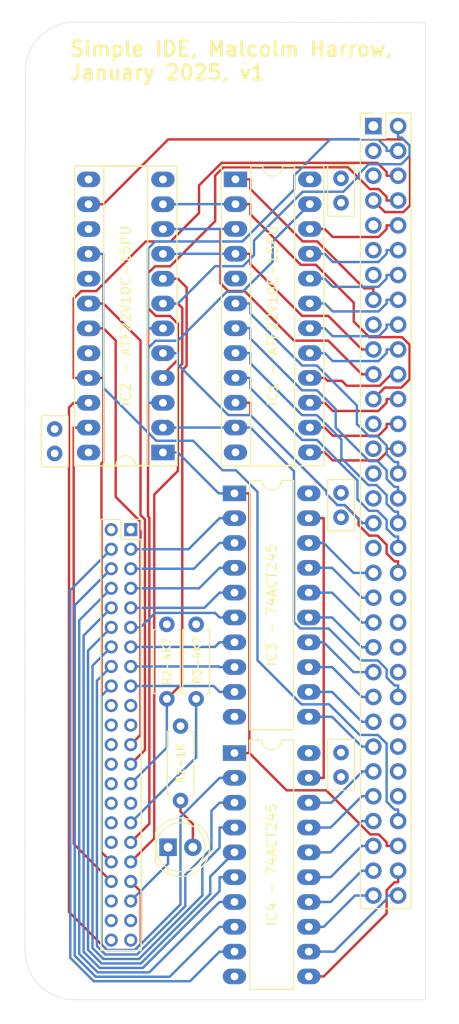
<source format=kicad_pcb>
(kicad_pcb (version 20240108) (generator "pcbnew") (generator_version "8.0")
  (layers (0 "F.Cu" signal) (1 "In1.Cu" power "In1.Cu (GND)") (2 "In2.Cu" power "In2.Cu (PWR)") (31 "B.Cu" signal) (34 "B.Paste" user) (35 "F.Paste" user) (36 "B.SilkS" user "B.Silkscreen") (37 "F.SilkS" user "F.Silkscreen") (38 "B.Mask" user) (39 "F.Mask" user) (44 "Edge.Cuts" user))
  (net 0 "")
  (net 1 "RESET")
  (net 2 "IPL1")
  (net 3 "IOSEL")
  (net 4 "A11")
  (net 5 "A2")
  (net 6 "A4")
  (net 7 "D12")
  (net 8 "A10")
  (net 9 "A16")
  (net 10 "D13")
  (net 11 "EXPSEL")
  (net 12 "A6")
  (net 13 "A19")
  (net 14 "A21")
  (net 15 "D15")
  (net 16 "A22")
  (net 17 "A15")
  (net 18 "D3")
  (net 19 "D2")
  (net 20 "A13")
  (net 21 "A12")
  (net 22 "A7")
  (net 23 "DTACK")
  (net 24 "A23")
  (net 25 "MFPIEO")
  (net 26 "D11")
  (net 27 "A14")
  (net 28 "VMA")
  (net 29 "RW")
  (net 30 "D8")
  (net 31 "D1")
  (net 32 "GND")
  (net 33 "D4")
  (net 34 "IPL0")
  (net 35 "D0")
  (net 36 "D9")
  (net 37 "AS")
  (net 38 "D14")
  (net 39 "+5V")
  (net 40 "A5")
  (net 41 "D7")
  (net 42 "BR")
  (net 43 "A3")
  (net 44 "LDS")
  (net 45 "A1")
  (net 46 "E")
  (net 47 "D6")
  (net 48 "D10")
  (net 49 "A17")
  (net 50 "CPUCLK")
  (net 51 "BERR")
  (net 52 "IPL2")
  (net 53 "BG")
  (net 54 "BGACK")
  (net 55 "D5")
  (net 56 "A20")
  (net 57 "VPA")
  (net 58 "UDS")
  (net 59 "A9")
  (net 60 "A18")
  (net 61 "A8")
  (net 62 "BD4")
  (net 63 "INTRQ")
  (net 64 "BD13")
  (net 65 "BD3")
  (net 66 "BD7")
  (net 67 "BD0")
  (net 68 "BD1")
  (net 69 "BD6")
  (net 70 "~{DASP}")
  (net 71 "BD14")
  (net 72 "BD15")
  (net 73 "BD8")
  (net 74 "BD9")
  (net 75 "BD12")
  (net 76 "BD11")
  (net 77 "BD10")
  (net 78 "BD2")
  (net 79 "BD5")
  (net 80 "~{IDERD}")
  (net 81 "IDEBUF")
  (net 82 "FC1")
  (net 83 "FC0")
  (net 84 "~{IDEWR}")
  (net 85 "~{RESET}")
  (net 86 "FC2")
  (net 88 "IDERDY")
  (net 96 "~{IDECS}")
  (net 97 "~{IDEBUF}")
  (net 98 "IDESEL")
  (net 99 "~{IDECS1}")
  (net 100 "Net-(D2-A)")
  (net 101 "~{IDECS0}")
  (footprint "Package_DIP:DIP-24_W7.62mm_Socket_LongPads" (layer "F.Cu") (at 157.1 79 180)
    (property "Reference" "IC2" (hide yes))
    (property "Value" "ATF22V10C-15PU" (hide yes))
  )
  (footprint "Capacitor_THT:C_Disc_D5.0mm_W2.5mm_P2.50mm" (layer "F.Cu") (at 175.35 50.95 -90)
    (property "Reference" "C4" (hide yes))
    (property "Value" "100nF" (hide yes))
  )
  (footprint "Resistor_THT:R_Axial_DIN0207_L6.3mm_D2.5mm_P7.62mm_Horizontal" (layer "F.Cu") (at 157.5 104.21 90)
    (property "Reference" "R2" (hide yes))
    (property "Value" "4K7" (hide yes))
  )
  (footprint "LED_THT:LED_D5.0mm" (layer "F.Cu") (at 157.625 119.4)
    (property "Reference" "D2" (hide yes))
    (property "Value" "LED" (hide yes))
  )
  (footprint "Capacitor_THT:C_Disc_D5.0mm_W2.5mm_P2.50mm" (layer "F.Cu") (at 146 79.1 90)
    (property "Reference" "C3" (hide yes))
    (property "Value" "100nF" (hide yes))
  )
  (footprint "Resistor_THT:R_Axial_DIN0207_L6.3mm_D2.5mm_P7.62mm_Horizontal" (layer "F.Cu") (at 160.5 104.21 90)
    (property "Reference" "R3" (hide yes))
    (property "Value" "4K7" (hide yes))
  )
  (footprint "Capacitor_THT:C_Disc_D5.0mm_W2.5mm_P2.50mm" (layer "F.Cu") (at 175.35 83.135 -90)
    (property "Reference" "C2" (hide yes))
    (property "Value" "100nF" (hide yes))
  )
  (footprint "Package_DIP:DIP-20_W7.62mm_LongPads" (layer "F.Cu") (at 164.43 109.76)
    (property "Reference" "IC4" (hide yes))
    (property "Value" "74ACT245" (hide yes))
  )
  (footprint "Package_DIP:DIP-24_W7.62mm_Socket_LongPads" (layer "F.Cu") (at 164.53 51.05)
    (property "Reference" "IC1" (hide yes))
    (property "Value" "ATF22V10C-15PU" (hide yes))
  )
  (footprint "Connector_PinSocket_2.00mm:PinSocket_2x22_P2.00mm_Vertical" (layer "F.Cu") (at 153.8 86.9)
    (property "Reference" "J2" (hide yes))
    (property "Value" "Conn_02x22_Odd_Even" (hide yes))
  )
  (footprint "Package_DIP:DIP-20_W7.62mm_LongPads" (layer "F.Cu") (at 164.43 83.185)
    (property "Reference" "IC3" (hide yes))
    (property "Value" "74ACT245" (hide yes))
  )
  (footprint "Connector_PinHeader_2.54mm:PinHeader_2x32_P2.54mm_Vertical" (layer "F.Cu") (at 178.662 45.6003)
    (property "Reference" "BUS1" (hide yes))
    (property "Value" "Conn_02x32_Odd_Even" (hide yes))
  )
  (footprint "Capacitor_THT:C_Disc_D5.0mm_W2.5mm_P2.50mm" (layer "F.Cu") (at 175.35 109.71 -90)
    (property "Reference" "C1" (hide yes))
    (property "Value" "100nF" (hide yes))
  )
  (footprint "Resistor_THT:R_Axial_DIN0207_L6.3mm_D2.5mm_P7.62mm_Horizontal" (layer "F.Cu") (at 158.9 107 -90)
    (property "Reference" "R1" (hide yes))
    (property "Value" "1K" (hide yes))
  )
  (gr_arc (start 142.977614 40.002213) (mid 144.454859 36.470191) (end 147.976888 34.969331) (stroke (width 0.05)) (layer "Edge.Cuts"))
  (gr_line (start 184 135) (end 148 135) (stroke (width 0.05)) (layer "Edge.Cuts"))
  (gr_line (start 184 35) (end 184 135) (stroke (width 0.05)) (layer "Edge.Cuts"))
  (gr_arc (start 148 135) (mid 144.447976 133.538426) (end 142.953274 130.00021) (stroke (width 0.05)) (layer "Edge.Cuts"))
  (gr_line (start 142.974463 39.999895) (end 142.951971 130.000105) (stroke (width 0.05)) (layer "Edge.Cuts"))
  (gr_line (start 183.992343 35) (end 147.976888 34.969331) (stroke (width 0.05)) (layer "Edge.Cuts"))
  (gr_text "Simple IDE, Malcolm Harrow,\nJanuary 2025, v1" (at 147.4 41 0) (layer "F.SilkS") (effects (font (size 1.5 1.5) (thickness 0.3) (bold yes)) (justify left bottom)))
  (segment (start 164.53 51.05) (end 166.0567 51.05) (width 0.25) (layer "F.Cu") (net 3))
  (segment (start 177.7121 62.2036) (end 178.662 62.2036) (width 0.25) (layer "F.Cu") (net 3))
  (segment (start 178.662 63.3803) (end 178.662 62.2036) (width 0.25) (layer "F.Cu") (net 3))
  (segment (start 172.91 57.4015) (end 177.7121 62.2036) (width 0.25) (layer "F.Cu") (net 3))
  (segment (start 166.0567 52.0359) (end 171.4223 57.4015) (width 0.25) (layer "F.Cu") (net 3))
  (segment (start 166.0567 51.05) (end 166.0567 52.0359) (width 0.25) (layer "F.Cu") (net 3))
  (segment (start 171.4223 57.4015) (end 172.91 57.4015) (width 0.25) (layer "F.Cu") (net 3))
  (segment (start 172.15 71.37) (end 173.6767 71.37) (width 0.25) (layer "F.Cu") (net 4))
  (segment (start 180.4997 71.0003) (end 181.202 71.0003) (width 0.25) (layer "F.Cu") (net 4))
  (segment (start 175.4352 71.668) (end 173.9747 71.668) (width 0.25) (layer "F.Cu") (net 4))
  (segment (start 175.4352 71.668) (end 175.9425 72.1753) (width 0.25) (layer "F.Cu") (net 4))
  (segment (start 173.9747 71.668) (end 173.6767 71.37) (width 0.25) (layer "F.Cu") (net 4))
  (segment (start 179.3247 72.1753) (end 180.4997 71.0003) (width 0.25) (layer "F.Cu") (net 4))
  (segment (start 175.9425 72.1753) (end 179.3247 72.1753) (width 0.25) (layer "F.Cu") (net 4))
  (segment (start 155.5733 85.5398) (end 155.5733 66.3) (width 0.25) (layer "F.Cu") (net 5))
  (segment (start 155.7051 85.6716) (end 155.5733 85.5398) (width 0.25) (layer "F.Cu") (net 5))
  (segment (start 153.8 118.9) (end 155.7051 116.9949) (width 0.25) (layer "F.Cu") (net 5))
  (segment (start 155.7051 116.9949) (end 155.7051 85.6716) (width 0.25) (layer "F.Cu") (net 5))
  (segment (start 157.1 66.3) (end 155.5733 66.3) (width 0.25) (layer "F.Cu") (net 5))
  (segment (start 181.202 48.1403) (end 180.0253 48.1403) (width 0.25) (layer "B.Cu") (net 5))
  (segment (start 155.5733 58.1418) (end 155.5733 66.3) (width 0.25) (layer "B.Cu") (net 5))
  (segment (start 180.0253 47.8268) (end 179.1442 46.9457) (width 0.25) (layer "B.Cu") (net 5))
  (segment (start 165.2435 57.41) (end 156.3051 57.41) (width 0.25) (layer "B.Cu") (net 5))
  (segment (start 174.2524 46.9457) (end 170.5602 50.6379) (width 0.25) (layer "B.Cu") (net 5))
  (segment (start 170.5602 50.6379) (end 170.5602 52.0933) (width 0.25) (layer "B.Cu") (net 5))
  (segment (start 170.5602 52.0933) (end 165.2435 57.41) (width 0.25) (layer "B.Cu") (net 5))
  (segment (start 180.0253 48.1403) (end 180.0253 47.8268) (width 0.25) (layer "B.Cu") (net 5))
  (segment (start 179.1442 46.9457) (end 174.2524 46.9457) (width 0.25) (layer "B.Cu") (net 5))
  (segment (start 156.3051 57.41) (end 155.5733 58.1418) (width 0.25) (layer "B.Cu") (net 5))
  (segment (start 157.1 66.3) (end 155.5733 66.3) (width 0.25) (layer "B.Cu") (net 5))
  (segment (start 163.3001 49.8175) (end 176.0638 49.8175) (width 0.25) (layer "F.Cu") (net 6))
  (segment (start 157.1 71.0417) (end 158.6267 69.515) (width 0.25) (layer "F.Cu") (net 6))
  (segment (start 158.6267 69.515) (end 158.6267 65.8317) (width 0.25) (layer "F.Cu") (net 6))
  (segment (start 156.281 59.95) (end 157.8346 59.95) (width 0.25) (layer "F.Cu") (net 6))
  (segment (start 176.0638 49.8175) (end 178.2899 52.0436) (width 0.25) (layer "F.Cu") (net 6))
  (segment (start 162.4543 55.3303) (end 162.4543 50.6633) (width 0.25) (layer "F.Cu") (net 6))
  (segment (start 180.0253 52.8525) (end 180.0253 53.2203) (width 0.25) (layer "F.Cu") (net 6))
  (segment (start 162.4543 50.6633) (end 163.3001 49.8175) (width 0.25) (layer "F.Cu") (net 6))
  (segment (start 157.825 65.03) (end 156.3713 65.03) (width 0.25) (layer "F.Cu") (net 6))
  (segment (start 178.2899 52.0436) (end 179.2164 52.0436) (width 0.25) (layer "F.Cu") (net 6))
  (segment (start 155.5733 60.6577) (end 156.281 59.95) (width 0.25) (layer "F.Cu") (net 6))
  (segment (start 179.2164 52.0436) (end 180.0253 52.8525) (width 0.25) (layer "F.Cu") (net 6))
  (segment (start 156.3713 65.03) (end 155.5733 64.232) (width 0.25) (layer "F.Cu") (net 6))
  (segment (start 157.8346 59.95) (end 162.4543 55.3303) (width 0.25) (layer "F.Cu") (net 6))
  (segment (start 155.5733 64.232) (end 155.5733 60.6577) (width 0.25) (layer "F.Cu") (net 6))
  (segment (start 181.202 53.2203) (end 180.0253 53.2203) (width 0.25) (layer "F.Cu") (net 6))
  (segment (start 157.1 71.38) (end 157.1 71.0417) (width 0.25) (layer "F.Cu") (net 6))
  (segment (start 158.6267 65.8317) (end 157.825 65.03) (width 0.25) (layer "F.Cu") (net 6))
  (segment (start 178.662 98.9403) (end 177.4853 98.9403) (width 0.25) (layer "B.Cu") (net 7))
  (segment (start 174.43 95.885) (end 172.05 95.885) (width 0.25) (layer "B.Cu") (net 7))
  (segment (start 177.4853 98.9403) (end 174.43 95.885) (width 0.25) (layer "B.Cu") (net 7))
  (segment (start 172.15 68.83) (end 173.6767 68.83) (width 0.25) (layer "B.Cu") (net 8))
  (segment (start 181.202 68.4603) (end 180.0253 68.4603) (width 0.25) (layer "B.Cu") (net 8))
  (segment (start 174.4964 69.6497) (end 173.6767 68.83) (width 0.25) (layer "B.Cu") (net 8))
  (segment (start 179.2036 69.6497) (end 174.4964 69.6497) (width 0.25) (layer "B.Cu") (net 8))
  (segment (start 180.0253 68.4603) (end 180.0253 68.828) (width 0.25) (layer "B.Cu") (net 8))
  (segment (start 180.0253 68.828) (end 179.2036 69.6497) (width 0.25) (layer "B.Cu") (net 8))
  (segment (start 174.8024 76.4599) (end 178.2328 79.8903) (width 0.25) (layer "B.Cu") (net 9))
  (segment (start 181.202 83.7003) (end 181.202 82.5236) (width 0.25) (layer "B.Cu") (net 9))
  (segment (start 166.0567 66.29) (end 166.0567 67.3396) (width 0.25) (layer "B.Cu") (net 9))
  (segment (start 166.0567 67.3396) (end 171.3586 72.6415) (width 0.25) (layer "B.Cu") (net 9))
  (segment (start 174.8024 74.5617) (end 174.8024 76.4599) (width 0.25) (layer "B.Cu") (net 9))
  (segment (start 180.8342 82.5236) (end 181.202 82.5236) (width 0.25) (layer "B.Cu") (net 9))
  (segment (start 164.53 66.29) (end 166.0567 66.29) (width 0.25) (layer "B.Cu") (net 9))
  (segment (start 180.0253 80.8228) (end 180.0253 81.7147) (width 0.25) (layer "B.Cu") (net 9))
  (segment (start 172.8822 72.6415) (end 174.8024 74.5617) (width 0.25) (layer "B.Cu") (net 9))
  (segment (start 179.0928 79.8903) (end 180.0253 80.8228) (width 0.25) (layer "B.Cu") (net 9))
  (segment (start 180.0253 81.7147) (end 180.8342 82.5236) (width 0.25) (layer "B.Cu") (net 9))
  (segment (start 178.2328 79.8903) (end 179.0928 79.8903) (width 0.25) (layer "B.Cu") (net 9))
  (segment (start 171.3586 72.6415) (end 172.8822 72.6415) (width 0.25) (layer "B.Cu") (net 9))
  (segment (start 174.43 93.345) (end 172.05 93.345) (width 0.25) (layer "B.Cu") (net 10))
  (segment (start 177.4853 96.4003) (end 174.43 93.345) (width 0.25) (layer "B.Cu") (net 10))
  (segment (start 178.662 96.4003) (end 177.4853 96.4003) (width 0.25) (layer "B.Cu") (net 10))
  (segment (start 181.202 58.3003) (end 180.0253 58.3003) (width 0.25) (layer "B.Cu") (net 12))
  (segment (start 174.5206 59.5139) (end 173.6767 58.67) (width 0.25) (layer "B.Cu") (net 12))
  (segment (start 180.0253 58.668) (end 179.1794 59.5139) (width 0.25) (layer "B.Cu") (net 12))
  (segment (start 180.0253 58.3003) (end 180.0253 58.668) (width 0.25) (layer "B.Cu") (net 12))
  (segment (start 172.15 58.67) (end 173.6767 58.67) (width 0.25) (layer "B.Cu") (net 12))
  (segment (start 179.1794 59.5139) (end 174.5206 59.5139) (width 0.25) (layer "B.Cu") (net 12))
  (segment (start 177.1485 86.424) (end 177.1485 85.7867) (width 0.25) (layer "F.Cu") (net 13))
  (segment (start 179.0928 87.5103) (end 178.2348 87.5103) (width 0.25) (layer "F.Cu") (net 13))
  (segment (start 175.7468 84.385) (end 174.9872 84.385) (width 0.25) (layer "F.Cu") (net 13))
  (segment (start 174.9872 84.385) (end 173.8751 83.2729) (width 0.25) (layer "F.Cu") (net 13))
  (segment (start 181.202 90.1436) (end 180.8342 90.1436) (width 0.25) (layer "F.Cu") (net 13))
  (segment (start 178.2348 87.5103) (end 177.1485 86.424) (width 0.25) (layer "F.Cu") (net 13))
  (segment (start 173.8751 83.2729) (end 173.8751 82.9898) (width 0.25) (layer "F.Cu") (net 13))
  (segment (start 180.0253 88.4428) (end 179.0928 87.5103) (width 0.25) (layer "F.Cu") (net 13))
  (segment (start 180.0253 89.3347) (end 180.0253 88.4428) (width 0.25) (layer "F.Cu") (net 13))
  (segment (start 177.1485 85.7867) (end 175.7468 84.385) (width 0.25) (layer "F.Cu") (net 13))
  (segment (start 166.0567 75.1714) (end 166.0567 73.91) (width 0.25) (layer "F.Cu") (net 13))
  (segment (start 164.53 73.91) (end 166.0567 73.91) (width 0.25) (layer "F.Cu") (net 13))
  (segment (start 181.202 91.3203) (end 181.202 90.1436) (width 0.25) (layer "F.Cu") (net 13))
  (segment (start 173.8751 82.9898) (end 166.0567 75.1714) (width 0.25) (layer "F.Cu") (net 13))
  (segment (start 180.8342 90.1436) (end 180.0253 89.3347) (width 0.25) (layer "F.Cu") (net 13))
  (segment (start 172.05 88.265) (end 173.5767 88.265) (width 0.25) (layer "B.Cu") (net 15))
  (segment (start 178.662 91.3203) (end 176.632 91.3203) (width 0.25) (layer "B.Cu") (net 15))
  (segment (start 176.632 91.3203) (end 173.5767 88.265) (width 0.25) (layer "B.Cu") (net 15))
  (segment (start 180.0253 78.2828) (end 180.0253 79.1747) (width 0.25) (layer "B.Cu") (net 17))
  (segment (start 164.53 63.75) (end 166.0567 63.75) (width 0.25) (layer "B.Cu") (net 17))
  (segment (start 180.0253 79.1747) (end 180.8342 79.9836) (width 0.25) (layer "B.Cu") (net 17))
  (segment (start 181.202 81.1603) (end 181.202 79.9836) (width 0.25) (layer "B.Cu") (net 17))
  (segment (start 176.9789 76.1015) (end 178.2277 77.3503) (width 0.25) (layer "B.Cu") (net 17))
  (segment (start 180.8342 79.9836) (end 181.202 79.9836) (width 0.25) (layer "B.Cu") (net 17))
  (segment (start 176.9789 74.2024) (end 176.9789 76.1015) (width 0.25) (layer "B.Cu") (net 17))
  (segment (start 178.2277 77.3503) (end 179.0928 77.3503) (width 0.25) (layer "B.Cu") (net 17))
  (segment (start 166.0567 64.7996) (end 171.3586 70.1015) (width 0.25) (layer "B.Cu") (net 17))
  (segment (start 166.0567 63.75) (end 166.0567 64.7996) (width 0.25) (layer "B.Cu") (net 17))
  (segment (start 179.0928 77.3503) (end 180.0253 78.2828) (width 0.25) (layer "B.Cu") (net 17))
  (segment (start 171.3586 70.1015) (end 172.878 70.1015) (width 0.25) (layer "B.Cu") (net 17))
  (segment (start 172.878 70.1015) (end 176.9789 74.2024) (width 0.25) (layer "B.Cu") (net 17))
  (segment (start 174.2856 125) (end 172.05 125) (width 0.25) (layer "B.Cu") (net 18))
  (segment (start 177.4853 121.8003) (end 174.2856 125) (width 0.25) (layer "B.Cu") (net 18))
  (segment (start 178.662 121.8003) (end 177.4853 121.8003) (width 0.25) (layer "B.Cu") (net 18))
  (segment (start 178.662 124.3403) (end 176.7764 124.3403) (width 0.25) (layer "B.Cu") (net 19))
  (segment (start 172.05 127.54) (end 173.5767 127.54) (width 0.25) (layer "B.Cu") (net 19))
  (segment (start 176.7764 124.3403) (end 173.5767 127.54) (width 0.25) (layer "B.Cu") (net 19))
  (segment (start 180.0253 76.0803) (end 180.0253 76.448) (width 0.25) (layer "F.Cu") (net 20))
  (segment (start 172.15 76.45) (end 173.6767 76.45) (width 0.25) (layer "F.Cu") (net 20))
  (segment (start 180.0253 76.448) (end 179.1794 77.2939) (width 0.25) (layer "F.Cu") (net 20))
  (segment (start 174.5206 77.2939) (end 173.6767 76.45) (width 0.25) (layer "F.Cu") (net 20))
  (segment (start 181.202 76.0803) (end 180.0253 76.0803) (width 0.25) (layer "F.Cu") (net 20))
  (segment (start 179.1794 77.2939) (end 174.5206 77.2939) (width 0.25) (layer "F.Cu") (net 20))
  (segment (start 180.0253 73.5403) (end 180.0253 73.908) (width 0.25) (layer "F.Cu") (net 21))
  (segment (start 180.0253 73.908) (end 179.1794 74.7539) (width 0.25) (layer "F.Cu") (net 21))
  (segment (start 172.15 73.91) (end 173.6767 73.91) (width 0.25) (layer "F.Cu") (net 21))
  (segment (start 179.1794 74.7539) (end 174.5206 74.7539) (width 0.25) (layer "F.Cu") (net 21))
  (segment (start 174.5206 74.7539) (end 173.6767 73.91) (width 0.25) (layer "F.Cu") (net 21))
  (segment (start 181.202 73.5403) (end 180.0253 73.5403) (width 0.25) (layer "F.Cu") (net 21))
  (segment (start 180.0253 61.208) (end 179.1794 62.0539) (width 0.25) (layer "B.Cu") (net 22))
  (segment (start 180.0253 60.8403) (end 180.0253 61.208) (width 0.25) (layer "B.Cu") (net 22))
  (segment (start 179.1794 62.0539) (end 174.5206 62.0539) (width 0.25) (layer "B.Cu") (net 22))
  (segment (start 181.202 60.8403) (end 180.0253 60.8403) (width 0.25) (layer "B.Cu") (net 22))
  (segment (start 174.5206 62.0539) (end 173.6767 61.21) (width 0.25) (layer "B.Cu") (net 22))
  (segment (start 172.15 61.21) (end 173.6767 61.21) (width 0.25) (layer "B.Cu") (net 22))
  (segment (start 180.0253 114.7347) (end 180.0253 108.7988) (width 0.25) (layer "B.Cu") (net 23))
  (segment (start 149.48 58.68) (end 151.0067 58.68) (width 0.25) (layer "B.Cu") (net 23))
  (segment (start 151.0067 72.3946) (end 151.0067 58.68) (width 0.25) (layer "B.Cu") (net 23))
  (segment (start 181.202 115.5436) (end 180.8342 115.5436) (width 0.25) (layer "B.Cu") (net 23))
  (segment (start 166.7874 100.2647) (end 166.7874 83.0257) (width 0.25) (layer "B.Cu") (net 23))
  (segment (start 166.7874 83.0257) (end 164.5856 80.8239) (width 0.25) (layer "B.Cu") (net 23))
  (segment (start 180.8342 115.5436) (end 180.0253 114.7347) (width 0.25) (layer "B.Cu") (net 23))
  (segment (start 177.2735 107.906) (end 174.1425 104.775) (width 0.25) (layer "B.Cu") (net 23))
  (segment (start 180.0253 108.7988) (end 179.1325 107.906) (width 0.25) (layer "B.Cu") (net 23))
  (segment (start 156.4146 77.8025) (end 151.0067 72.3946) (width 0.25) (layer "B.Cu") (net 23))
  (segment (start 181.202 116.7203) (end 181.202 115.5436) (width 0.25) (layer "B.Cu") (net 23))
  (segment (start 179.1325 107.906) (end 177.2735 107.906) (width 0.25) (layer "B.Cu") (net 23))
  (segment (start 160.1852 77.8025) (end 156.4146 77.8025) (width 0.25) (layer "B.Cu") (net 23))
  (segment (start 163.2066 80.8239) (end 160.1852 77.8025) (width 0.25) (layer "B.Cu") (net 23))
  (segment (start 164.5856 80.8239) (end 163.2066 80.8239) (width 0.25) (layer "B.Cu") (net 23))
  (segment (start 171.2977 104.775) (end 166.7874 100.2647) (width 0.25) (layer "B.Cu") (net 23))
  (segment (start 174.1425 104.775) (end 171.2977 104.775) (width 0.25) (layer "B.Cu") (net 23))
  (segment (start 178.662 101.4803) (end 176.632 101.4803) (width 0.25) (layer "B.Cu") (net 26))
  (segment (start 172.05 98.425) (end 173.5767 98.425) (width 0.25) (layer "B.Cu") (net 26))
  (segment (start 176.632 101.4803) (end 173.5767 98.425) (width 0.25) (layer "B.Cu") (net 26))
  (segment (start 180.0253 78.988) (end 179.1986 79.8147) (width 0.25) (layer "F.Cu") (net 27))
  (segment (start 172.15 78.99) (end 173.6767 78.99) (width 0.25) (layer "F.Cu") (net 27))
  (segment (start 174.5014 79.8147) (end 173.6767 78.99) (width 0.25) (layer "F.Cu") (net 27))
  (segment (start 181.202 78.6203) (end 180.0253 78.6203) (width 0.25) (layer "F.Cu") (net 27))
  (segment (start 180.0253 78.6203) (end 180.0253 78.988) (width 0.25) (layer "F.Cu") (net 27))
  (segment (start 179.1986 79.8147) (end 174.5014 79.8147) (width 0.25) (layer "F.Cu") (net 27))
  (segment (start 178.3414 118.0836) (end 173.8278 113.57) (width 0.25) (layer "F.Cu") (net 29))
  (segment (start 181.202 119.2603) (end 180.0253 119.2603) (width 0.25) (layer "F.Cu") (net 29))
  (segment (start 164.43 109.76) (end 165.9567 109.76) (width 0.25) (layer "F.Cu") (net 29))
  (segment (start 164.43 83.185) (end 165.9567 83.185) (width 0.25) (layer "F.Cu") (net 29))
  (segment (start 165.9567 83.185) (end 165.9567 109.76) (width 0.25) (layer "F.Cu") (net 29))
  (segment (start 180.0253 119.2603) (end 180.0253 118.8925) (width 0.25) (layer "F.Cu") (net 29))
  (segment (start 173.8278 113.57) (end 169.7667 113.57) (width 0.25) (layer "F.Cu") (net 29))
  (segment (start 179.2164 118.0836) (end 178.3414 118.0836) (width 0.25) (layer "F.Cu") (net 29))
  (segment (start 180.0253 118.8925) (end 179.2164 118.0836) (width 0.25) (layer "F.Cu") (net 29))
  (segment (start 169.7667 113.57) (end 165.9567 109.76) (width 0.25) (layer "F.Cu") (net 29))
  (segment (start 157.1 79) (end 158.6267 79) (width 0.25) (layer "B.Cu") (net 29))
  (segment (start 164.43 83.185) (end 162.8117 83.185) (width 0.25) (layer "B.Cu") (net 29))
  (segment (start 162.8117 83.185) (end 158.6267 79) (width 0.25) (layer "B.Cu") (net 29))
  (segment (start 174.43 106.045) (end 172.05 106.045) (width 0.25) (layer "B.Cu") (net 30))
  (segment (start 178.662 109.1003) (end 177.4853 109.1003) (width 0.25) (layer "B.Cu") (net 30))
  (segment (start 177.4853 109.1003) (end 174.43 106.045) (width 0.25) (layer "B.Cu") (net 30))
  (segment (start 174.6533 130.08) (end 172.05 130.08) (width 0.25) (layer "B.Cu") (net 31))
  (segment (start 181.202 124.3403) (end 180.0253 124.3403) (width 0.25) (layer "B.Cu") (net 31))
  (segment (start 180.0253 124.708) (end 174.6533 130.08) (width 0.25) (layer "B.Cu") (net 31))
  (segment (start 180.0253 124.3403) (end 180.0253 124.708) (width 0.25) (layer "B.Cu") (net 31))
  (segment (start 178.662 119.2603) (end 177.4853 119.2603) (width 0.25) (layer "B.Cu") (net 33))
  (segment (start 174.2856 122.46) (end 172.05 122.46) (width 0.25) (layer "B.Cu") (net 33))
  (segment (start 177.4853 119.2603) (end 174.2856 122.46) (width 0.25) (layer "B.Cu") (net 33))
  (segment (start 181.202 121.8003) (end 181.202 122.977) (width 0.25) (layer "F.Cu") (net 35))
  (segment (start 180.0253 126.1714) (end 173.5767 132.62) (width 0.25) (layer "F.Cu") (net 35))
  (segment (start 180.0253 123.7859) (end 180.0253 126.1714) (width 0.25) (layer "F.Cu") (net 35))
  (segment (start 181.202 122.977) (end 180.8342 122.977) (width 0.25) (layer "F.Cu") (net 35))
  (segment (start 180.8342 122.977) (end 180.0253 123.7859) (width 0.25) (layer "F.Cu") (net 35))
  (segment (start 172.05 132.62) (end 173.5767 132.62) (width 0.25) (layer "F.Cu") (net 35))
  (segment (start 178.662 106.5603) (end 177.4853 106.5603) (width 0.25) (layer "B.Cu") (net 36))
  (segment (start 174.43 103.505) (end 172.05 103.505) (width 0.25) (layer "B.Cu") (net 36))
  (segment (start 177.4853 106.5603) (end 174.43 103.505) (width 0.25) (layer "B.Cu") (net 36))
  (segment (start 166.0567 76.45) (end 170.5233 80.9166) (width 0.25) (layer "B.Cu") (net 37))
  (segment (start 170.5233 96.3518) (end 171.1832 97.0117) (width 0.25) (layer "B.Cu") (net 37))
  (segment (start 164.53 76.45) (end 158.6367 76.45) (width 0.25) (layer "B.Cu") (net 37))
  (segment (start 180.0253 102.0347) (end 180.8342 102.8436) (width 0.25) (layer "B.Cu") (net 37))
  (segment (start 170.5233 80.9166) (end 170.5233 96.3518) (width 0.25) (layer "B.Cu") (net 37))
  (segment (start 180.0253 101.1788) (end 180.0253 102.0347) (width 0.25) (layer "B.Cu") (net 37))
  (segment (start 157.1 76.46) (end 158.6267 76.46) (width 0.25) (layer "B.Cu") (net 37))
  (segment (start 181.202 104.0203) (end 181.202 102.8436) (width 0.25) (layer "B.Cu") (net 37))
  (segment (start 177.3596 100.286) (end 179.1325 100.286) (width 0.25) (layer "B.Cu") (net 37))
  (segment (start 171.1832 97.0117) (end 174.0853 97.0117) (width 0.25) (layer "B.Cu") (net 37))
  (segment (start 174.0853 97.0117) (end 177.3596 100.286) (width 0.25) (layer "B.Cu") (net 37))
  (segment (start 179.1325 100.286) (end 180.0253 101.1788) (width 0.25) (layer "B.Cu") (net 37))
  (segment (start 158.6367 76.45) (end 158.6267 76.46) (width 0.25) (layer "B.Cu") (net 37))
  (segment (start 180.8342 102.8436) (end 181.202 102.8436) (width 0.25) (layer "B.Cu") (net 37))
  (segment (start 164.53 76.45) (end 166.0567 76.45) (width 0.25) (layer "B.Cu") (net 37))
  (segment (start 174.43 90.805) (end 177.4853 93.8603) (width 0.25) (layer "B.Cu") (net 38))
  (segment (start 178.662 93.8603) (end 177.4853 93.8603) (width 0.25) (layer "B.Cu") (net 38))
  (segment (start 172.05 90.805) (end 174.43 90.805) (width 0.25) (layer "B.Cu") (net 38))
  (segment (start 179.2036 56.9497) (end 174.4964 56.9497) (width 0.25) (layer "F.Cu") (net 40))
  (segment (start 180.0253 56.128) (end 179.2036 56.9497) (width 0.25) (layer "F.Cu") (net 40))
  (segment (start 172.15 56.13) (end 173.6767 56.13) (width 0.25) (layer "F.Cu") (net 40))
  (segment (start 181.202 55.7603) (end 180.0253 55.7603) (width 0.25) (layer "F.Cu") (net 40))
  (segment (start 180.0253 55.7603) (end 180.0253 56.128) (width 0.25) (layer "F.Cu") (net 40))
  (segment (start 174.4964 56.9497) (end 173.6767 56.13) (width 0.25) (layer "F.Cu") (net 40))
  (segment (start 178.662 111.6403) (end 177.4853 111.6403) (width 0.25) (layer "B.Cu") (net 41))
  (segment (start 177.4853 111.6403) (end 177.4853 111.7138) (width 0.25) (layer "B.Cu") (net 41))
  (segment (start 177.4853 111.7138) (end 174.3591 114.84) (width 0.25) (layer "B.Cu") (net 41))
  (segment (start 174.3591 114.84) (end 172.05 114.84) (width 0.25) (layer "B.Cu") (net 41))
  (segment (start 160.7976 51.6725) (end 163.1043 49.3658) (width 0.25) (layer "F.Cu") (net 43))
  (segment (start 181.202 50.6803) (end 180.0253 50.6803) (width 0.25) (layer "F.Cu") (net 43))
  (segment (start 149.0464 71.38) (end 149.48 71.38) (width 0.25) (layer "F.Cu") (net 43))
  (segment (start 160.7976 54.4974) (end 160.7976 51.6725) (width 0.25) (layer "F.Cu") (net 43))
  (segment (start 155.3411 57.41) (end 157.885 57.41) (width 0.25) (layer "F.Cu") (net 43))
  (segment (start 150.7963 119.8963) (end 151.8 120.9) (width 0.25) (layer "F.Cu") (net 43))
  (segment (start 147.9533 63.2547) (end 148.718 62.49) (width 0.25) (layer "F.Cu") (net 43))
  (segment (start 149.48 71.38) (end 151.0067 71.38) (width 0.25) (layer "F.Cu") (net 43))
  (segment (start 150.2611 62.49) (end 155.3411 57.41) (width 0.25) (layer "F.Cu") (net 43))
  (segment (start 151.0067 71.38) (end 151.0067 79.9183) (width 0.25) (layer "F.Cu") (net 43))
  (segment (start 150.7963 80.1287) (end 150.7963 119.8963) (width 0.25) (layer "F.Cu") (net 43))
  (segment (start 163.1043 49.3658) (end 179.0785 49.3658) (width 0.25) (layer "F.Cu") (net 43))
  (segment (start 148.718 62.49) (end 150.2611 62.49) (width 0.25) (layer "F.Cu") (net 43))
  (segment (start 179.0785 49.3658) (end 180.0253 50.3126) (width 0.25) (layer "F.Cu") (net 43))
  (segment (start 180.0253 50.3126) (end 180.0253 50.6803) (width 0.25) (layer "F.Cu") (net 43))
  (segment (start 157.885 57.41) (end 160.7976 54.4974) (width 0.25) (layer "F.Cu") (net 43))
  (segment (start 147.9533 71.38) (end 147.9533 63.2547) (width 0.25) (layer "F.Cu") (net 43))
  (segment (start 149.0464 71.38) (end 147.9533 71.38) (width 0.25) (layer "F.Cu") (net 43))
  (segment (start 151.0067 79.9183) (end 150.7963 80.1287) (width 0.25) (layer "F.Cu") (net 43))
  (segment (start 158.6267 80.8903) (end 158.6267 70.379) (width 0.25) (layer "F.Cu") (net 45))
  (segment (start 157.1 63.76) (end 158.6267 63.76) (width 0.25) (layer "F.Cu") (net 45))
  (segment (start 156.2102 83.3068) (end 158.6267 80.8903) (width 0.25) (layer "F.Cu") (net 45))
  (segment (start 158.6267 70.379) (end 159.0784 69.9273) (width 0.25) (layer "F.Cu") (net 45))
  (segment (start 153.8 120.9) (end 156.2102 118.4898) (width 0.25) (layer "F.Cu") (net 45))
  (segment (start 156.2102 118.4898) (end 156.2102 83.3068) (width 0.25) (layer "F.Cu") (net 45))
  (segment (start 159.0784 64.2117) (end 158.6267 63.76) (width 0.25) (layer "F.Cu") (net 45))
  (segment (start 159.0784 69.9273) (end 159.0784 64.2117) (width 0.25) (layer "F.Cu") (net 45))
  (segment (start 181.202 45.6003) (end 181.202 46.777) (width 0.25) (layer "B.Cu") (net 45))
  (segment (start 181.202 46.777) (end 181.5697 46.777) (width 0.25) (layer "B.Cu") (net 45))
  (segment (start 181.5323 49.5036) (end 178.1745 49.5036) (width 0.25) (layer "B.Cu") (net 45))
  (segment (start 177.2058 50.6977) (end 175.5835 52.32) (width 0.25) (layer "B.Cu") (net 45))
  (segment (start 162.4467 59.94) (end 158.6267 63.76) (width 0.25) (layer "B.Cu") (net 45))
  (segment (start 175.5835 52.32) (end 171.4209 52.32) (width 0.25) (layer "B.Cu") (net 45))
  (segment (start 182.3795 47.5868) (end 182.3795 48.6564) (width 0.25) (layer "B.Cu") (net 45))
  (segment (start 171.4209 52.32) (end 166.428 57.3129) (width 0.25) (layer "B.Cu") (net 45))
  (segment (start 182.3795 48.6564) (end 181.5323 49.5036) (width 0.25) (layer "B.Cu") (net 45))
  (segment (start 166.428 58.8121) (end 165.3001 59.94) (width 0.25) (layer "B.Cu") (net 45))
  (segment (start 165.3001 59.94) (end 162.4467 59.94) (width 0.25) (layer "B.Cu") (net 45))
  (segment (start 178.1745 49.5036) (end 177.2058 50.4723) (width 0.25) (layer "B.Cu") (net 45))
  (segment (start 177.2058 50.4723) (end 177.2058 50.6977) (width 0.25) (layer "B.Cu") (net 45))
  (segment (start 181.5697 46.777) (end 182.3795 47.5868) (width 0.25) (layer "B.Cu") (net 45))
  (segment (start 157.1 63.76) (end 158.6267 63.76) (width 0.25) (layer "B.Cu") (net 45))
  (segment (start 166.428 57.3129) (end 166.428 58.8121) (width 0.25) (layer "B.Cu") (net 45))
  (segment (start 178.662 114.1803) (end 177.4853 114.1803) (width 0.25) (layer "B.Cu") (net 47))
  (segment (start 174.2856 117.38) (end 172.05 117.38) (width 0.25) (layer "B.Cu") (net 47))
  (segment (start 177.4853 114.1803) (end 174.2856 117.38) (width 0.25) (layer "B.Cu") (net 47))
  (segment (start 174.43 100.965) (end 177.4853 104.0203) (width 0.25) (layer "B.Cu") (net 48))
  (segment (start 178.662 104.0203) (end 177.4853 104.0203) (width 0.25) (layer "B.Cu") (net 48))
  (segment (start 172.05 100.965) (end 174.43 100.965) (width 0.25) (layer "B.Cu") (net 48))
  (segment (start 180.0253 83.3628) (end 180.0253 84.2547) (width 0.25) (layer "B.Cu") (net 49))
  (segment (start 181.202 86.2403) (end 181.202 85.0636) (width 0.25) (layer "B.Cu") (net 49))
  (segment (start 180.0253 84.2547) (end 180.8342 85.0636) (width 0.25) (layer "B.Cu") (net 49))
  (segment (start 164.53 68.83) (end 166.0567 68.83) (width 0.25) (layer "B.Cu") (net 49))
  (segment (start 166.0567 68.83) (end 166.0567 69.8796) (width 0.25) (layer "B.Cu") (net 49))
  (segment (start 175.3858 79.5812) (end 178.1416 82.337) (width 0.25) (layer "B.Cu") (net 49))
  (segment (start 178.9995 82.337) (end 180.0253 83.3628) (width 0.25) (layer "B.Cu") (net 49))
  (segment (start 166.0567 69.8796) (end 171.3571 75.18) (width 0.25) (layer "B.Cu") (net 49))
  (segment (start 178.1416 82.337) (end 178.9995 82.337) (width 0.25) (layer "B.Cu") (net 49))
  (segment (start 175.3858 77.6821) (end 175.3858 79.5812) (width 0.25) (layer "B.Cu") (net 49))
  (segment (start 171.3571 75.18) (end 172.8837 75.18) (width 0.25) (layer "B.Cu") (net 49))
  (segment (start 180.8342 85.0636) (end 181.202 85.0636) (width 0.25) (layer "B.Cu") (net 49))
  (segment (start 172.8837 75.18) (end 175.3858 77.6821) (width 0.25) (layer "B.Cu") (net 49))
  (segment (start 178.662 116.7203) (end 177.4853 116.7203) (width 0.25) (layer "B.Cu") (net 55))
  (segment (start 177.4853 116.7203) (end 174.2856 119.92) (width 0.25) (layer "B.Cu") (net 55))
  (segment (start 174.2856 119.92) (end 172.05 119.92) (width 0.25) (layer "B.Cu") (net 55))
  (segment (start 179.8478 54.4061) (end 178.662 53.2203) (width 0.25) (layer "F.Cu") (net 57))
  (segment (start 149.48 53.6) (end 151.0067 53.6) (width 0.25) (layer "F.Cu") (net 57))
  (segment (start 181.7426 54.4061) (end 179.8478 54.4061) (width 0.25) (layer "F.Cu") (net 57))
  (segment (start 157.6441 46.9626) (end 181.7431 46.9626) (width 0.25) (layer "F.Cu") (net 57))
  (segment (start 151.0067 53.6) (end 157.6441 46.9626) (width 0.25) (layer "F.Cu") (net 57))
  (segment (start 182.4218 53.7269) (end 181.7426 54.4061) (width 0.25) (layer "F.Cu") (net 57))
  (segment (start 182.4218 47.6413) (end 182.4218 53.7269) (width 0.25) (layer "F.Cu") (net 57))
  (segment (start 181.7431 46.9626) (end 182.4218 47.6413) (width 0.25) (layer "F.Cu") (net 57))
  (segment (start 173.8751 83.2729) (end 173.8751 82.9898) (width 0.25) (layer "B.Cu") (net 58))
  (segment (start 173.8751 82.9898) (end 166.0653 75.18) (width 0.25) (layer "B.Cu") (net 58))
  (segment (start 178.662 86.2403) (end 177.4853 86.2403) (width 0.25) (layer "B.Cu") (net 58))
  (segment (start 166.0653 75.18) (end 163.8038 75.18) (width 0.25) (layer "B.Cu") (net 58))
  (segment (start 163.8038 75.18) (end 158.6267 70.0029) (width 0.25) (layer "B.Cu") (net 58))
  (segment (start 158.6267 70.0029) (end 158.6267 68.84) (width 0.25) (layer "B.Cu") (net 58))
  (segment (start 174.9872 84.385) (end 173.8751 83.2729) (width 0.25) (layer "B.Cu") (net 58))
  (segment (start 177.4853 86.1668) (end 175.7035 84.385) (width 0.25) (layer "B.Cu") (net 58))
  (segment (start 175.7035 84.385) (end 174.9872 84.385) (width 0.25) (layer "B.Cu") (net 58))
  (segment (start 177.4853 86.2403) (end 177.4853 86.1668) (width 0.25) (layer "B.Cu") (net 58))
  (segment (start 157.1 68.84) (end 158.6267 68.84) (width 0.25) (layer "B.Cu") (net 58))
  (segment (start 179.211 67.1023) (end 174.489 67.1023) (width 0.25) (layer "B.Cu") (net 59))
  (segment (start 180.0253 65.9203) (end 180.0253 66.288) (width 0.25) (layer "B.Cu") (net 59))
  (segment (start 174.489 67.1023) (end 173.6767 66.29) (width 0.25) (layer "B.Cu") (net 59))
  (segment (start 180.0253 66.288) (end 179.211 67.1023) (width 0.25) (layer "B.Cu") (net 59))
  (segment (start 181.202 65.9203) (end 180.0253 65.9203) (width 0.25) (layer "B.Cu") (net 59))
  (segment (start 172.15 66.29) (end 173.6767 66.29) (width 0.25) (layer "B.Cu") (net 59))
  (segment (start 171.3571 77.72) (end 172.8858 77.72) (width 0.25) (layer "B.Cu") (net 60))
  (segment (start 180.8342 87.6036) (end 181.202 87.6036) (width 0.25) (layer "B.Cu") (net 60))
  (segment (start 177.0351 83.7931) (end 178.2123 84.9703) (width 0.25) (layer "B.Cu") (net 60))
  (segment (start 180.0253 85.9028) (end 180.0253 86.7947) (width 0.25) (layer "B.Cu") (net 60))
  (segment (start 179.0928 84.9703) (end 180.0253 85.9028) (width 0.25) (layer "B.Cu") (net 60))
  (segment (start 172.8858 77.72) (end 177.0351 81.8693) (width 0.25) (layer "B.Cu") (net 60))
  (segment (start 166.0567 71.37) (end 166.0567 72.4196) (width 0.25) (layer "B.Cu") (net 60))
  (segment (start 180.0253 86.7947) (end 180.8342 87.6036) (width 0.25) (layer "B.Cu") (net 60))
  (segment (start 166.0567 72.4196) (end 171.3571 77.72) (width 0.25) (layer "B.Cu") (net 60))
  (segment (start 164.53 71.37) (end 166.0567 71.37) (width 0.25) (layer "B.Cu") (net 60))
  (segment (start 177.0351 81.8693) (end 177.0351 83.7931) (width 0.25) (layer "B.Cu") (net 60))
  (segment (start 178.2123 84.9703) (end 179.0928 84.9703) (width 0.25) (layer "B.Cu") (net 60))
  (segment (start 181.202 88.7803) (end 181.202 87.6036) (width 0.25) (layer "B.Cu") (net 60))
  (segment (start 180.0253 63.3803) (end 180.0253 63.7456) (width 0.25) (layer "B.Cu") (net 61))
  (segment (start 180.0253 63.7456) (end 179.2026 64.5683) (width 0.25) (layer "B.Cu") (net 61))
  (segment (start 172.15 63.75) (end 173.6767 63.75) (width 0.25) (layer "B.Cu") (net 61))
  (segment (start 181.202 63.3803) (end 180.0253 63.3803) (width 0.25) (layer "B.Cu") (net 61))
  (segment (start 179.2026 64.5683) (end 174.495 64.5683) (width 0.25) (layer "B.Cu") (net 61))
  (segment (start 174.495 64.5683) (end 173.6767 63.75) (width 0.25) (layer "B.Cu") (net 61))
  (segment (start 162.9033 93.345) (end 161.3483 94.9) (width 0.25) (layer "B.Cu") (net 62))
  (segment (start 164.43 93.345) (end 162.9033 93.345) (width 0.25) (layer "B.Cu") (net 62))
  (segment (start 161.3483 94.9) (end 153.8 94.9) (width 0.25) (layer "B.Cu") (net 62))
  (segment (start 153.8 116.9) (end 160.5 110.2) (width 0.25) (layer "B.Cu") (net 63))
  (segment (start 160.5 110.2) (end 160.5 104.21) (width 0.25) (layer "B.Cu") (net 63))
  (segment (start 149.8787 129.7076) (end 151.0039 130.8328) (width 0.25) (layer "B.Cu") (net 64))
  (segment (start 151.8 98.9) (end 149.8787 100.8213) (width 0.25) (layer "B.Cu") (net 64))
  (segment (start 161.1381 124.3357) (end 161.1381 121.2207) (width 0.25) (layer "B.Cu") (net 64))
  (segment (start 154.641 130.8328) (end 161.1381 124.3357) (width 0.25) (layer "B.Cu") (net 64))
  (segment (start 161.1381 121.2207) (end 162.9033 119.4555) (width 0.25) (layer "B.Cu") (net 64))
  (segment (start 162.9033 119.4555) (end 162.9033 117.38) (width 0.25) (layer "B.Cu") (net 64))
  (segment (start 151.0039 130.8328) (end 154.641 130.8328) (width 0.25) (layer "B.Cu") (net 64))
  (segment (start 164.43 117.38) (end 162.9033 117.38) (width 0.25) (layer "B.Cu") (net 64))
  (segment (start 149.8787 100.8213) (end 149.8787 129.7076) (width 0.25) (layer "B.Cu") (net 64))
  (segment (start 164.43 95.885) (end 162.9033 95.885) (width 0.25) (layer "B.Cu") (net 65))
  (segment (start 156.2834 95.4183) (end 154.8017 96.9) (width 0.25) (layer "B.Cu") (net 65))
  (segment (start 162.4366 95.4183) (end 156.2834 95.4183) (width 0.25) (layer "B.Cu") (net 65))
  (segment (start 153.8 96.9) (end 154.8017 96.9) (width 0.25) (layer "B.Cu") (net 65))
  (segment (start 162.9033 95.885) (end 162.4366 95.4183) (width 0.25) (layer "B.Cu") (net 65))
  (segment (start 159.7283 88.9) (end 162.9033 85.725) (width 0.25) (layer "B.Cu") (net 66))
  (segment (start 153.8 88.9) (end 154.3009 88.9) (width 0.25) (layer "B.Cu") (net 66))
  (segment (start 154.3009 88.9) (end 159.7283 88.9) (width 0.25) (layer "B.Cu") (net 66))
  (segment (start 164.43 85.725) (end 162.9033 85.725) (width 0.25) (layer "B.Cu") (net 66))
  (segment (start 164.43 103.505) (end 162.9033 103.505) (width 0.25) (layer "B.Cu") (net 67))
  (segment (start 162.2983 102.9) (end 153.8 102.9) (width 0.25) (layer "B.Cu") (net 67))
  (segment (start 162.9033 103.505) (end 162.2983 102.9) (width 0.25) (layer "B.Cu") (net 67))
  (segment (start 164.43 100.965) (end 162.9033 100.965) (width 0.25) (layer "B.Cu") (net 68))
  (segment (start 153.8 100.9) (end 162.8383 100.9) (width 0.25) (layer "B.Cu") (net 68))
  (segment (start 162.8383 100.9) (end 162.9033 100.965) (width 0.25) (layer "B.Cu") (net 68))
  (segment (start 153.8 90.9) (end 160.2683 90.9) (width 0.25) (layer "B.Cu") (net 69))
  (segment (start 164.43 88.265) (end 162.9033 88.265) (width 0.25) (layer "B.Cu") (net 69))
  (segment (start 160.2683 90.9) (end 162.9033 88.265) (width 0.25) (layer "B.Cu") (net 69))
  (segment (start 153.8 124.9) (end 157.625 121.075) (width 0.25) (layer "B.Cu") (net 70))
  (segment (start 157.625 121.075) (end 157.625 119.4) (width 0.25) (layer "B.Cu") (net 70))
  (segment (start 162.0697 115.6736) (end 162.9033 114.84) (width 0.25) (layer "B.Cu") (net 71))
  (segment (start 164.43 114.84) (end 162.9033 114.84) (width 0.25) (layer "B.Cu") (net 71))
  (segment (start 159.3902 122.2232) (end 162.0697 119.5437) (width 0.25) (layer "B.Cu") (net 71))
  (segment (start 162.0697 119.5437) (end 162.0697 115.6736) (width 0.25) (layer "B.Cu") (net 71))
  (segment (start 150.3366 129.5135) (end 151.1945 130.3714) (width 0.25) (layer "B.Cu") (net 71))
  (segment (start 154.439 130.3714) (end 159.3902 125.4202) (width 0.25) (layer "B.Cu") (net 71))
  (segment (start 151.8 100.9) (end 150.3366 102.3634) (width 0.25) (layer "B.Cu") (net 71))
  (segment (start 159.3902 125.4202) (end 159.3902 122.2232) (width 0.25) (layer "B.Cu") (net 71))
  (segment (start 150.3366 102.3634) (end 150.3366 129.5135) (width 0.25) (layer "B.Cu") (net 71))
  (segment (start 151.1945 130.3714) (end 154.439 130.3714) (width 0.25) (layer "B.Cu") (net 71))
  (segment (start 158.8949 125.25) (end 154.2348 129.9101) (width 0.25) (layer "B.Cu") (net 72))
  (segment (start 158.8949 116.3084) (end 158.8949 125.25) (width 0.25) (layer "B.Cu") (net 72))
  (segment (start 151.3852 129.9101) (end 150.7944 129.3193) (width 0.25) (layer "B.Cu") (net 72))
  (segment (start 164.43 112.3) (end 162.9033 112.3) (width 0.25) (layer "B.Cu") (net 72))
  (segment (start 162.9033 112.3) (end 158.8949 116.3084) (width 0.25) (layer "B.Cu") (net 72))
  (segment (start 150.7944 129.3193) (end 150.7944 103.9056) (width 0.25) (layer "B.Cu") (net 72))
  (segment (start 150.7944 103.9056) (end 151.8 102.9) (width 0.25) (layer "B.Cu") (net 72))
  (segment (start 154.2348 129.9101) (end 151.3852 129.9101) (width 0.25) (layer "B.Cu") (net 72))
  (segment (start 147.6034 130.7078) (end 150.003 133.1074) (width 0.25) (layer "B.Cu") (net 73))
  (segment (start 159.8759 133.1074) (end 162.9033 130.08) (width 0.25) (layer "B.Cu") (net 73))
  (segment (start 151.8 88.9) (end 147.6034 93.0966) (width 0.25) (layer "B.Cu") (net 73))
  (segment (start 164.43 130.08) (end 162.9033 130.08) (width 0.25) (layer "B.Cu") (net 73))
  (segment (start 147.6034 93.0966) (end 147.6034 130.7078) (width 0.25) (layer "B.Cu") (net 73))
  (segment (start 150.003 133.1074) (end 159.8759 133.1074) (width 0.25) (layer "B.Cu") (net 73))
  (segment (start 164.43 127.54) (end 162.9033 127.54) (width 0.25) (layer "B.Cu") (net 74))
  (segment (start 148.0603 130.5032) (end 150.209 132.6519) (width 0.25) (layer "B.Cu") (net 74))
  (segment (start 157.7914 132.6519) (end 162.9033 127.54) (width 0.25) (layer "B.Cu") (net 74))
  (segment (start 150.209 132.6519) (end 157.7914 132.6519) (width 0.25) (layer "B.Cu") (net 74))
  (segment (start 151.8 90.9) (end 148.0603 94.6397) (width 0.25) (layer "B.Cu") (net 74))
  (segment (start 148.0603 94.6397) (end 148.0603 130.5032) (width 0.25) (layer "B.Cu") (net 74))
  (segment (start 154.8412 131.2888) (end 161.9485 124.1815) (width 0.25) (layer "B.Cu") (net 75))
  (segment (start 149.4238 129.9039) (end 150.8087 131.2888) (width 0.25) (layer "B.Cu") (net 75))
  (segment (start 161.9485 124.1815) (end 161.9485 122.4015) (width 0.25) (layer "B.Cu") (net 75))
  (segment (start 149.4238 99.2762) (end 149.4238 129.9039) (width 0.25) (layer "B.Cu") (net 75))
  (segment (start 151.8 96.9) (end 149.4238 99.2762) (width 0.25) (layer "B.Cu") (net 75))
  (segment (start 161.9485 122.4015) (end 164.43 119.92) (width 0.25) (layer "B.Cu") (net 75))
  (segment (start 150.8087 131.2888) (end 154.8412 131.2888) (width 0.25) (layer "B.Cu") (net 75))
  (segment (start 148.9689 130.1024) (end 148.9689 97.7311) (width 0.25) (layer "B.Cu") (net 76))
  (segment (start 162.9032 122.46) (end 162.9032 123.8831) (width 0.25) (layer "B.Cu") (net 76))
  (segment (start 162.9033 122.46) (end 162.9032 122.46) (width 0.25) (layer "B.Cu") (net 76))
  (segment (start 162.9032 123.8831) (end 155.0415 131.7448) (width 0.25) (layer "B.Cu") (net 76))
  (segment (start 155.0415 131.7448) (end 150.6113 131.7448) (width 0.25) (layer "B.Cu") (net 76))
  (segment (start 164.43 122.46) (end 162.9033 122.46) (width 0.25) (layer "B.Cu") (net 76))
  (segment (start 150.6113 131.7448) (end 148.9689 130.1024) (width 0.25) (layer "B.Cu") (net 76))
  (segment (start 148.9689 97.7311) (end 151.8 94.9) (width 0.25) (layer "B.Cu") (net 76))
  (segment (start 164.43 125) (end 162.9033 125) (width 0.25) (layer "B.Cu") (net 77))
  (segment (start 150.415 132.1965) (end 148.5172 130.2987) (width 0.25) (layer "B.Cu") (net 77))
  (segment (start 155.7068 132.1965) (end 150.415 132.1965) (width 0.25) (layer "B.Cu") (net 77))
  (segment (start 148.5172 96.1828) (end 151.8 92.9) (width 0.25) (layer "B.Cu") (net 77))
  (segment (start 162.9033 125) (end 155.7068 132.1965) (width 0.25) (layer "B.Cu") (net 77))
  (segment (start 148.5172 130.2987) (end 148.5172 96.1828) (width 0.25) (layer "B.Cu") (net 77))
  (segment (start 153.8 98.9) (end 162.4283 98.9) (width 0.25) (layer "B.Cu") (net 78))
  (segment (start 162.4283 98.9) (end 162.9033 98.425) (width 0.25) (layer "B.Cu") (net 78))
  (segment (start 164.43 98.425) (end 162.9033 98.425) (width 0.25) (layer "B.Cu") (net 78))
  (segment (start 164.43 90.805) (end 162.9033 90.805) (width 0.25) (layer "B.Cu") (net 79))
  (segment (start 162.9033 90.805) (end 160.8083 92.9) (width 0.25) (layer "B.Cu") (net 79))
  (segment (start 160.8083 92.9) (end 153.8 92.9) (width 0.25) (layer "B.Cu") (net 79))
  (segment (start 153.8 110.9) (end 155.2534 109.4466) (width 0.25) (layer "F.Cu") (net 80))
  (segment (start 155.2534 109.4466) (end 155.2534 85.9025) (width 0.25) (layer "F.Cu") (net 80))
  (segment (start 154.8017 85.407) (end 154.8017 67.555) (width 0.25) (layer "F.Cu") (net 80))
  (segment (start 155.2519 85.901) (end 155.2519 85.8572) (width 0.25) (layer "F.Cu") (net 80))
  (segment (start 155.2534 85.9025) (end 155.2519 85.901) (width 0.25) (layer "F.Cu") (net 80))
  (segment (start 149.48 63.76) (end 151.0067 63.76) (width 0.25) (layer "F.Cu") (net 80))
  (segment (start 154.8017 67.555) (end 151.0067 63.76) (width 0.25) (layer "F.Cu") (net 80))
  (segment (start 155.2519 85.8572) (end 154.8017 85.407) (width 0.25) (layer "F.Cu") (net 80))
  (segment (start 173.5767 85.725) (end 173.5767 112.3) (width 0.25) (layer "F.Cu") (net 81))
  (segment (start 172.05 85.725) (end 173.5767 85.725) (width 0.25) (layer "F.Cu") (net 81))
  (segment (start 172.05 112.3) (end 173.5767 112.3) (width 0.25) (layer "F.Cu") (net 81))
  (segment (start 174.045 67.56) (end 170.5417 67.56) (width 0.25) (layer "F.Cu") (net 82))
  (segment (start 178.662 71.0003) (end 177.4853 71.0003) (width 0.25) (layer "F.Cu") (net 82))
  (segment (start 164.53 56.13) (end 163.0033 56.13) (width 0.25) (layer "F.Cu") (net 82))
  (segment (start 165.4617 62.48) (end 163.79 62.48) (width 0.25) (layer "F.Cu") (net 82))
  (segment (start 163.0033 61.6933) (end 163.0033 56.13) (width 0.25) (layer "F.Cu") (net 82))
  (segment (start 177.4853 71.0003) (end 174.045 67.56) (width 0.25) (layer "F.Cu") (net 82))
  (segment (start 163.79 62.48) (end 163.0033 61.6933) (width 0.25) (layer "F.Cu") (net 82))
  (segment (start 170.5417 67.56) (end 165.4617 62.48) (width 0.25) (layer "F.Cu") (net 82))
  (segment (start 158.6367 56.13) (end 158.6267 56.14) (width 0.25) (layer "B.Cu") (net 82))
  (segment (start 164.53 56.13) (end 158.6367 56.13) (width 0.25) (layer "B.Cu") (net 82))
  (segment (start 157.1 56.14) (end 158.6267 56.14) (width 0.25) (layer "B.Cu") (net 82))
  (segment (start 166.0567 59.7196) (end 166.0567 58.67) (width 0.25) (layer "F.Cu") (net 83))
  (segment (start 174.045 65.02) (end 171.3571 65.02) (width 0.25) (layer "F.Cu") (net 83))
  (segment (start 171.3571 65.02) (end 166.0567 59.7196) (width 0.25) (layer "F.Cu") (net 83))
  (segment (start 177.4853 68.4603) (end 174.045 65.02) (width 0.25) (layer "F.Cu") (net 83))
  (segment (start 178.662 68.4603) (end 177.4853 68.4603) (width 0.25) (layer "F.Cu") (net 83))
  (segment (start 164.53 58.67) (end 166.0567 58.67) (width 0.25) (layer "F.Cu") (net 83))
  (segment (start 157.1 58.68) (end 158.6267 58.68) (width 0.25) (layer "B.Cu") (net 83))
  (segment (start 164.53 58.67) (end 158.6367 58.67) (width 0.25) (layer "B.Cu") (net 83))
  (segment (start 158.6367 58.67) (end 158.6267 58.68) (width 0.25) (layer "B.Cu") (net 83))
  (segment (start 153.8 108.9) (end 154.8017 107.8983) (width 0.25) (layer "F.Cu") (net 84))
  (segment (start 154.8017 86.0896) (end 152.2579 83.5458) (width 0.25) (layer "F.Cu") (net 84))
  (segment (start 152.2579 67.5512) (end 151.0067 66.3) (width 0.25) (layer "F.Cu") (net 84))
  (segment (start 154.8017 107.8983) (end 154.8017 86.0896) (width 0.25) (layer "F.Cu") (net 84))
  (segment (start 152.2579 83.5458) (end 152.2579 67.5512) (width 0.25) (layer "F.Cu") (net 84))
  (segment (start 149.48 66.3) (end 151.0067 66.3) (width 0.25) (layer "F.Cu") (net 84))
  (segment (start 182.377 67.973599) (end 182.377 71.523) (width 0.25) (layer "F.Cu") (net 86))
  (segment (start 172.7737 59.7967) (end 176.6558 63.6788) (width 0.25) (layer "F.Cu") (net 86))
  (segment (start 182.377 71.523) (end 181.5347 72.3653) (width 0.25) (layer "F.Cu") (net 86))
  (segment (start 178.2518 67.2) (end 181.603401 67.2) (width 0.25) (layer "F.Cu") (net 86))
  (segment (start 171.2264 59.7967) (end 172.7737 59.7967) (width 0.25) (layer "F.Cu") (net 86))
  (segment (start 176.6558 65.604) (end 178.2518 67.2) (width 0.25) (layer "F.Cu") (net 86))
  (segment (start 181.603401 67.2) (end 182.377 67.973599) (width 0.25) (layer "F.Cu") (net 86))
  (segment (start 166.0567 53.59) (end 166.0567 54.627) (width 0.25) (layer "F.Cu") (net 86))
  (segment (start 164.53 53.59) (end 166.0567 53.59) (width 0.25) (layer "F.Cu") (net 86))
  (segment (start 176.6558 63.6788) (end 176.6558 65.604) (width 0.25) (layer "F.Cu") (net 86))
  (segment (start 166.0567 54.627) (end 171.2264 59.7967) (width 0.25) (layer "F.Cu") (net 86))
  (segment (start 181.5347 72.3653) (end 179.837 72.3653) (width 0.25) (layer "F.Cu") (net 86))
  (segment (start 179.837 72.3653) (end 178.662 73.5403) (width 0.25) (layer "F.Cu") (net 86))
  (segment (start 158.6367 53.59) (end 158.6267 53.6) (width 0.25) (layer "B.Cu") (net 86))
  (segment (start 157.1 53.6) (end 158.6267 53.6) (width 0.25) (layer "B.Cu") (net 86))
  (segment (start 164.53 53.59) (end 158.6367 53.59) (width 0.25) (layer "B.Cu") (net 86))
  (segment (start 159.0784 102.6316) (end 159.0784 70.5661) (width 0.25) (layer "F.Cu") (net 88))
  (segment (start 159.0784 70.5661) (end 159.5301 70.1144) (width 0.25) (layer "F.Cu") (net 88))
  (segment (start 157.5 104.21) (end 159.0784 102.6316) (width 0.25) (layer "F.Cu") (net 88))
  (segment (start 159.5301 70.1144) (end 159.5301 62.1234) (width 0.25) (layer "F.Cu") (net 88))
  (segment (start 159.5301 62.1234) (end 158.6267 61.22) (width 0.25) (layer "F.Cu") (net 88))
  (segment (start 157.1 61.22) (end 158.6267 61.22) (width 0.25) (layer "F.Cu") (net 88))
  (segment (start 157.5 109.2) (end 157.5 104.21) (width 0.25) (layer "B.Cu") (net 88))
  (segment (start 153.8 112.9) (end 157.5 109.2) (width 0.25) (layer "B.Cu") (net 88))
  (segment (start 155.5733 68.3323) (end 156.3369 67.5687) (width 0.25) (layer "B.Cu") (net 96))
  (segment (start 163.6377 62.5574) (end 165.2634 62.5574) (width 0.25) (layer "B.Cu") (net 96))
  (segment (start 157.1 73.92) (end 155.5733 73.92) (width 0.25) (layer "B.Cu") (net 96))
  (segment (start 156.3369 67.5687) (end 158.6264 67.5687) (width 0.25) (layer "B.Cu") (net 96))
  (segment (start 155.5733 73.92) (end 155.5733 68.3323) (width 0.25) (layer "B.Cu") (net 96))
  (segment (start 168.34 57.4) (end 172.15 53.59) (width 0.25) (layer "B.Cu") (net 96))
  (segment (start 165.2634 62.5574) (end 168.34 59.4808) (width 0.25) (layer "B.Cu") (net 96))
  (segment (start 158.6264 67.5687) (end 163.6377 62.5574) (width 0.25) (layer "B.Cu") (net 96))
  (segment (start 168.34 59.4808) (end 168.34 57.4) (width 0.25) (layer "B.Cu") (net 96))
  (segment (start 147.9533 119.0533) (end 147.9533 76.46) (width 0.25) (layer "F.Cu") (net 99))
  (segment (start 149.48 76.46) (end 147.9533 76.46) (width 0.25) (layer "F.Cu") (net 99))
  (segment (start 151.8 122.9) (end 147.9533 119.0533) (width 0.25) (layer "F.Cu") (net 99))
  (segment (start 158.9 115.7467) (end 160.165 117.0117) (width 0.25) (layer "F.Cu") (net 100))
  (segment (start 158.9 114.62) (end 158.9 115.7467) (width 0.25) (layer "F.Cu") (net 100))
  (segment (start 160.165 117.0117) (end 160.165 119.4) (width 0.25) (layer "F.Cu") (net 100))
  (segment (start 154.832 129.2886) (end 154.832 123.932) (width 0.25) (layer "F.Cu") (net 101))
  (segment (start 147.9533 73.92) (end 147.4684 74.4049) (width 0.25) (layer "F.Cu") (net 101))
  (segment (start 147.4684 126.0176) (end 151.3716 129.9208) (width 0.25) (layer "F.Cu") (net 101))
  (segment (start 154.1998 129.9208) (end 154.832 129.2886) (width 0.25) (layer "F.Cu") (net 101))
  (segment (start 151.3716 129.9208) (end 154.1998 129.9208) (width 0.25) (layer "F.Cu") (net 101))
  (segment (start 149.48 73.92) (end 147.9533 73.92) (width 0.25) (layer "F.Cu") (net 101))
  (segment (start 147.4684 74.4049) (end 147.4684 126.0176) (width 0.25) (layer "F.Cu") (net 101))
  (segment (start 154.832 123.932) (end 153.8 122.9) (width 0.25) (layer "F.Cu") (net 101))
)
</source>
